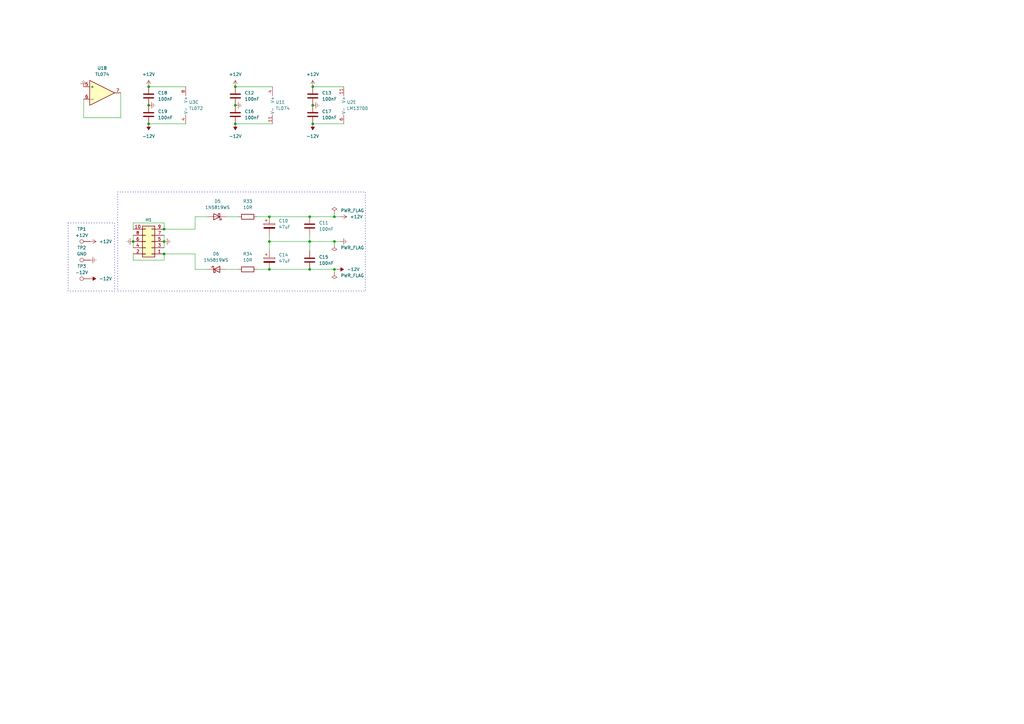
<source format=kicad_sch>
(kicad_sch (version 20250114) (generator "eeschema") (generator_version "9.0")
  (paper "A3")
  (lib_symbols
    (symbol "Amplifier_Operational:LM13700" (pin_names (offset 0.127))
      (property "Reference" "U" (at 3.81 5.08 0))
      (property "Value" "LM13700" (at 5.08 -5.08 0))
      (symbol "LM13700_1_1"
        (polyline (pts (xy 3.81 -0.635) (xy 3.81 -2.54) (xy 5.08 -2.54)))
        (polyline (pts (xy 5.08 0) (xy -5.08 -5.08) (xy -5.08 5.08) (xy 5.08 0)) (stroke (width 0.254)) (fill (type background)))
        (pin input line (at -7.62 2.54 0) (length 2.54) (name "-") (number "13"))
        (pin input line (at -7.62 0 0) (length 2.54) (name "DIODE_BIAS") (number "15"))
        (pin input line (at -7.62 -2.54 0) (length 2.54) (name "+") (number "14"))
        (pin output line (at 7.62 0 180) (length 2.54) (name "~") (number "12"))
        (pin input line (at 7.62 -2.54 180) (length 2.54) (name "~") (number "16"))
      )
      (symbol "LM13700_2_0"
        (polyline (pts (xy -1.905 2.54) (xy -3.175 2.54)))
      )
      (symbol "LM13700_2_1"
        (polyline (pts (xy -3.81 1.27) (xy -3.81 -1.27)))
        (polyline (pts (xy -3.81 0.635) (xy -2.54 1.27) (xy -2.54 1.905) (xy -2.54 2.54)))
        (polyline (pts (xy -3.81 -0.635) (xy -2.54 -1.27)))
        (circle (center -2.54 1.905) (radius 0.254) (stroke (width 0.254)) (fill (type outline)))
        (polyline (pts (xy -2.54 0) (xy -2.54 -2.54)))
        (polyline (pts (xy -2.54 -0.635) (xy -1.27 0) (xy -1.27 1.905) (xy -2.54 1.905)))
        (polyline (pts (xy -2.54 -1.27) (xy -3.175 -0.635) (xy -3.175 -1.27) (xy -2.54 -1.27)) (fill (type outline)))
        (polyline (pts (xy -2.54 -1.905) (xy -1.27 -2.54)))
        (polyline (pts (xy -1.27 -2.54) (xy -1.905 -1.905) (xy -1.905 -2.54) (xy -1.27 -2.54)) (fill (type outline)))
        (text "V+" (at -2.54 3.81 0) (effects (font (size 1.27 1.27))))
        (pin input line (at -7.62 0 0) (length 3.81) (name "~") (number "10"))
        (pin output line (at 2.54 -2.54 180) (length 3.81) (name "~") (number "9"))
      )
      (symbol "LM13700_3_1"
        (polyline (pts (xy 3.81 -0.635) (xy 3.81 -2.54) (xy 5.08 -2.54)))
        (polyline (pts (xy 5.08 0) (xy -5.08 -5.08) (xy -5.08 5.08) (xy 5.08 0)) (stroke (width 0.254)) (fill (type background)))
        (pin input line (at -7.62 2.54 0) (length 2.54) (name "-") (number "4"))
        (pin input line (at -7.62 0 0) (length 2.54) (name "DIODE_BIAS") (number "2"))
        (pin input line (at -7.62 -2.54 0) (length 2.54) (name "+") (number "3"))
        (pin output line (at 7.62 0 180) (length 2.54) (name "~") (number "5"))
        (pin input line (at 7.62 -2.54 180) (length 2.54) (name "~") (number "1"))
      )
      (symbol "LM13700_4_0"
        (polyline (pts (xy -3.175 2.54) (xy -1.905 2.54)))
        (text "V+" (at -2.54 3.81 0) (effects (font (size 1.27 1.27))))
      )
      (symbol "LM13700_4_1"
        (polyline (pts (xy -3.81 1.27) (xy -3.81 -1.27)))
        (polyline (pts (xy -3.81 0.635) (xy -2.54 1.27) (xy -2.54 2.54)))
        (polyline (pts (xy -3.81 -0.635) (xy -2.54 -1.27)))
        (circle (center -2.54 1.905) (radius 0.254) (stroke (width 0.254)) (fill (type outline)))
        (polyline (pts (xy -2.54 0) (xy -2.54 -2.54)))
        (polyline (pts (xy -2.54 -0.635) (xy -1.27 0) (xy -1.27 1.905) (xy -2.54 1.905)))
        (polyline (pts (xy -2.54 -1.27) (xy -3.175 -0.635) (xy -3.175 -1.27) (xy -2.54 -1.27)) (fill (type outline)))
        (polyline (pts (xy -2.54 -1.905) (xy -1.27 -2.54)))
        (polyline (pts (xy -1.27 -2.54) (xy -1.905 -1.905) (xy -1.905 -2.54) (xy -1.27 -2.54)) (fill (type outline)))
        (pin input line (at -7.62 0 0) (length 3.81) (name "~") (number "7"))
        (pin output line (at 2.54 -2.54 180) (length 3.81) (name "~") (number "8"))
      )
      (symbol "LM13700_5_1"
        (pin power_in line (at -2.54 7.62 270) (length 3.81) (name "V+") (number "11"))
        (pin power_in line (at -2.54 -7.62 90) (length 3.81) (name "V-") (number "6"))
      )
    )
    (symbol "Amplifier_Operational:TL072" (pin_names (offset 0.127))
      (property "Reference" "U" (at 0 5.08 0))
      (property "Value" "TL072" (at 0 -5.08 0))
      (symbol "TL072_1_1"
        (polyline (pts (xy -5.08 5.08) (xy 5.08 0) (xy -5.08 -5.08) (xy -5.08 5.08)) (stroke (width 0.254)) (fill (type background)))
        (pin input line (at -7.62 2.54 0) (length 2.54) (name "+") (number "3"))
        (pin input line (at -7.62 -2.54 0) (length 2.54) (name "-") (number "2"))
        (pin output line (at 7.62 0 180) (length 2.54) (name "~") (number "1"))
      )
      (symbol "TL072_2_1"
        (polyline (pts (xy -5.08 5.08) (xy 5.08 0) (xy -5.08 -5.08) (xy -5.08 5.08)) (stroke (width 0.254)) (fill (type background)))
        (pin input line (at -7.62 2.54 0) (length 2.54) (name "+") (number "5"))
        (pin input line (at -7.62 -2.54 0) (length 2.54) (name "-") (number "6"))
        (pin output line (at 7.62 0 180) (length 2.54) (name "~") (number "7"))
      )
      (symbol "TL072_3_1"
        (pin power_in line (at -2.54 7.62 270) (length 3.81) (name "V+") (number "8"))
        (pin power_in line (at -2.54 -7.62 90) (length 3.81) (name "V-") (number "4"))
      )
    )
    (symbol "Amplifier_Operational:TL074" (pin_names (offset 0.127))
      (property "Reference" "U" (at 0 5.08 0))
      (property "Value" "TL074" (at 0 -5.08 0))
      (symbol "TL074_1_1"
        (polyline (pts (xy -5.08 5.08) (xy 5.08 0) (xy -5.08 -5.08) (xy -5.08 5.08)) (stroke (width 0.254)) (fill (type background)))
        (pin input line (at -7.62 2.54 0) (length 2.54) (name "+") (number "3"))
        (pin input line (at -7.62 -2.54 0) (length 2.54) (name "-") (number "2"))
        (pin output line (at 7.62 0 180) (length 2.54) (name "~") (number "1"))
      )
      (symbol "TL074_2_1"
        (polyline (pts (xy -5.08 5.08) (xy 5.08 0) (xy -5.08 -5.08) (xy -5.08 5.08)) (stroke (width 0.254)) (fill (type background)))
        (pin input line (at -7.62 2.54 0) (length 2.54) (name "+") (number "5"))
        (pin input line (at -7.62 -2.54 0) (length 2.54) (name "-") (number "6"))
        (pin output line (at 7.62 0 180) (length 2.54) (name "~") (number "7"))
      )
      (symbol "TL074_3_1"
        (polyline (pts (xy -5.08 5.08) (xy 5.08 0) (xy -5.08 -5.08) (xy -5.08 5.08)) (stroke (width 0.254)) (fill (type background)))
        (pin input line (at -7.62 2.54 0) (length 2.54) (name "+") (number "10"))
        (pin input line (at -7.62 -2.54 0) (length 2.54) (name "-") (number "9"))
        (pin output line (at 7.62 0 180) (length 2.54) (name "~") (number "8"))
      )
      (symbol "TL074_4_1"
        (polyline (pts (xy -5.08 5.08) (xy 5.08 0) (xy -5.08 -5.08) (xy -5.08 5.08)) (stroke (width 0.254)) (fill (type background)))
        (pin input line (at -7.62 2.54 0) (length 2.54) (name "+") (number "12"))
        (pin input line (at -7.62 -2.54 0) (length 2.54) (name "-") (number "13"))
        (pin output line (at 7.62 0 180) (length 2.54) (name "~") (number "14"))
      )
      (symbol "TL074_5_1"
        (pin power_in line (at -2.54 7.62 270) (length 3.81) (name "V+") (number "4"))
        (pin power_in line (at -2.54 -7.62 90) (length 3.81) (name "V-") (number "11"))
      )
    )
    (symbol "Connector:TestPoint" (pin_numbers (hide yes)) (pin_names (offset 0.762) (hide yes))
      (property "Reference" "TP" (at 0 6.858 0))
      (property "Value" "TestPoint" (at 0 5.08 0))
      (symbol "TestPoint_0_1"
        (circle (center 0 3.302) (radius 0.762))
      )
      (symbol "TestPoint_1_1"
        (pin passive line (at 0 0 90) (length 2.54) (name "1") (number "1"))
      )
    )
    (symbol "Device:C" (pin_numbers (hide yes)) (pin_names (offset 0.254))
      (property "Reference" "C" (at 0.635 2.54 0))
      (property "Value" "C" (at 0.635 -2.54 0))
      (symbol "C_0_1"
        (polyline (pts (xy -2.032 0.762) (xy 2.032 0.762)) (stroke (width 0.508)))
        (polyline (pts (xy -2.032 -0.762) (xy 2.032 -0.762)) (stroke (width 0.508)))
      )
      (symbol "C_1_1"
        (pin passive line (at 0 3.81 270) (length 2.794) (name "~") (number "1"))
        (pin passive line (at 0 -3.81 90) (length 2.794) (name "~") (number "2"))
      )
    )
    (symbol "Device:C_Polarized" (pin_numbers (hide yes)) (pin_names (offset 0.254))
      (property "Reference" "C" (at 0.635 2.54 0))
      (property "Value" "C_Polarized" (at 0.635 -2.54 0))
      (symbol "C_Polarized_0_1"
        (rectangle (start -2.286 0.508) (end 2.286 1.016))
        (polyline (pts (xy -1.778 2.286) (xy -0.762 2.286)))
        (polyline (pts (xy -1.27 2.794) (xy -1.27 1.778)))
        (rectangle (start 2.286 -0.508) (end -2.286 -1.016) (fill (type outline)))
      )
      (symbol "C_Polarized_1_1"
        (pin passive line (at 0 3.81 270) (length 2.794) (name "~") (number "1"))
        (pin passive line (at 0 -3.81 90) (length 2.794) (name "~") (number "2"))
      )
    )
    (symbol "Device:R" (pin_numbers (hide yes)) (pin_names (offset 0))
      (property "Reference" "R" (at 2.032 0 90))
      (property "Value" "R" (at 0 0 90))
      (symbol "R_0_1"
        (rectangle (start -1.016 -2.54) (end 1.016 2.54) (stroke (width 0.254)))
      )
      (symbol "R_1_1"
        (pin passive line (at 0 3.81 270) (length 1.27) (name "~") (number "1"))
        (pin passive line (at 0 -3.81 90) (length 1.27) (name "~") (number "2"))
      )
    )
    (symbol "Diode:1N5819WS" (pin_numbers (hide yes)) (pin_names (offset 1.016) (hide yes))
      (property "Reference" "D" (at 0 2.54 0))
      (property "Value" "1N5819WS" (at 0 -2.54 0))
      (symbol "1N5819WS_0_1"
        (polyline (pts (xy -1.905 0.635) (xy -1.905 1.27) (xy -1.27 1.27) (xy -1.27 -1.27) (xy -0.635 -1.27) (xy -0.635 -0.635)) (stroke (width 0.254)))
        (polyline (pts (xy 1.27 1.27) (xy 1.27 -1.27) (xy -1.27 0) (xy 1.27 1.27)) (stroke (width 0.254)))
        (polyline (pts (xy 1.27 0) (xy -1.27 0)))
      )
      (symbol "1N5819WS_1_1"
        (pin passive line (at -3.81 0 0) (length 2.54) (name "K") (number "1"))
        (pin passive line (at 3.81 0 180) (length 2.54) (name "A") (number "2"))
      )
    )
    (symbol "power:+12V" (power) (pin_numbers (hide yes)) (pin_names (offset 0) (hide yes))
      (property "Value" "+12V" (at 0 3.556 0))
      (symbol "+12V_0_1"
        (polyline (pts (xy -0.762 1.27) (xy 0 2.54)))
        (polyline (pts (xy 0 2.54) (xy 0.762 1.27)))
        (polyline (pts (xy 0 0) (xy 0 2.54)))
      )
      (symbol "+12V_1_1"
        (pin power_in line (at 0 0 90) (length 0) (name "~") (number "1"))
      )
    )
    (symbol "power:-12V" (power) (pin_numbers (hide yes)) (pin_names (offset 0) (hide yes))
      (property "Value" "-12V" (at 0 3.556 0))
      (symbol "-12V_0_0"
        (pin power_in line (at 0 0 90) (length 0) (name "~") (number "1"))
      )
      (symbol "-12V_0_1"
        (polyline (pts (xy 0 0) (xy 0 1.27) (xy 0.762 1.27) (xy 0 2.54) (xy -0.762 1.27) (xy 0 1.27)) (fill (type outline)))
      )
    )
    (symbol "power:GNDREF" (power) (pin_numbers (hide yes)) (pin_names (offset 0) (hide yes))
      (property "Value" "GNDREF" (at 0 -3.81 0))
      (symbol "GNDREF_0_1"
        (polyline (pts (xy -0.635 -1.905) (xy 0.635 -1.905)))
        (polyline (pts (xy -0.127 -2.54) (xy 0.127 -2.54)))
        (polyline (pts (xy 0 -1.27) (xy 0 0)))
        (polyline (pts (xy 1.27 -1.27) (xy -1.27 -1.27)))
      )
      (symbol "GNDREF_1_1"
        (pin power_in line (at 0 0 270) (length 0) (name "~") (number "1"))
      )
    )
    (symbol "power:PWR_FLAG" (power) (pin_numbers (hide yes)) (pin_names (offset 0) (hide yes))
      (property "Value" "PWR_FLAG" (at 0 3.81 0))
      (symbol "PWR_FLAG_0_0"
        (pin power_out line (at 0 0 90) (length 0) (name "~") (number "1"))
      )
      (symbol "PWR_FLAG_0_1"
        (polyline (pts (xy 0 0) (xy 0 1.27) (xy -1.016 1.905) (xy 0 2.54) (xy 1.016 1.905) (xy 0 1.27)))
      )
    )
    (symbol "synth:Conn_02x05_EuroRack_Power" (pin_names (offset 1.016) (hide yes))
      (property "Reference" "H13" (at 0 -11.43 0))
      (property "Value" "Conn_02x05_PWR_Eurorack" (at 0 -8.89 0))
      (symbol "Conn_02x05_EuroRack_Power_1_1"
        (rectangle (start -2.54 6.35) (end 2.54 -6.35) (stroke (width 0.254)) (fill (type background)))
        (rectangle (start -2.54 5.207) (end -1.27 4.953) (stroke (width 0.1524)))
        (rectangle (start -2.54 2.667) (end -1.27 2.413) (stroke (width 0.1524)))
        (rectangle (start -2.54 0.127) (end -1.27 -0.127) (stroke (width 0.1524)))
        (rectangle (start -2.54 -2.413) (end -1.27 -2.667) (stroke (width 0.1524)))
        (rectangle (start -2.54 -4.953) (end -1.27 -5.207) (stroke (width 0.1524)))
        (rectangle (start 2.54 5.207) (end 1.27 4.953) (stroke (width 0.1524)))
        (rectangle (start 2.54 2.667) (end 1.27 2.413) (stroke (width 0.1524)))
        (rectangle (start 2.54 0.127) (end 1.27 -0.127) (stroke (width 0.1524)))
        (rectangle (start 2.54 -2.413) (end 1.27 -2.667) (stroke (width 0.1524)))
        (rectangle (start 2.54 -4.953) (end 1.27 -5.207) (stroke (width 0.1524)))
        (pin passive line (at -6.35 5.08 0) (length 3.81) (name "Pin_1") (number "1"))
        (pin passive line (at -6.35 2.54 0) (length 3.81) (name "Pin_3") (number "3"))
        (pin passive line (at -6.35 0 0) (length 3.81) (name "Pin_5") (number "5"))
        (pin passive line (at -6.35 -2.54 0) (length 3.81) (name "Pin_7") (number "7"))
        (pin passive line (at -6.35 -5.08 0) (length 3.81) (name "Pin_9") (number "9"))
        (pin passive line (at 6.35 5.08 180) (length 3.81) (name "Pin_2") (number "2"))
        (pin passive line (at 6.35 2.54 180) (length 3.81) (name "Pin_4") (number "4"))
        (pin passive line (at 6.35 0 180) (length 3.81) (name "Pin_6") (number "6"))
        (pin passive line (at 6.35 -2.54 180) (length 3.81) (name "Pin_8") (number "8"))
        (pin passive line (at 6.35 -5.08 180) (length 3.81) (name "Pin_10") (number "10"))
      )
    )
  )
  (rectangle (start 48.26 78.74) (end 149.86 119.38) (stroke (width 0.25) (type dot)))
  (rectangle (start 27.94 91.44) (end 46.99 119.38) (stroke (width 0.254) (type dot)))
  (junction (at 137.16 110.49))
  (junction (at 54.61 99.06))
  (junction (at 137.16 88.9))
  (junction (at 96.52 35.56))
  (junction (at 128.27 50.8))
  (junction (at 127 99.06))
  (junction (at 60.96 35.56))
  (junction (at 96.52 50.8))
  (junction (at 110.49 88.9))
  (junction (at 67.31 93.98))
  (junction (at 110.49 110.49))
  (junction (at 128.27 43.18))
  (junction (at 60.96 43.18))
  (junction (at 67.31 104.14))
  (junction (at 137.16 99.06))
  (junction (at 60.96 50.8))
  (junction (at 128.27 35.56))
  (junction (at 67.31 99.06))
  (junction (at 127 88.9))
  (junction (at 127 110.49))
  (junction (at 96.52 43.18))
  (junction (at 110.49 99.06))
  (wire (pts (xy 92.71 88.9) (xy 97.79 88.9)))
  (wire (pts (xy 110.49 88.9) (xy 127 88.9)))
  (wire (pts (xy 60.96 50.8) (xy 76.2 50.8)))
  (wire (pts (xy 80.01 88.9) (xy 85.09 88.9)))
  (wire (pts (xy 80.01 104.14) (xy 80.01 110.49)))
  (wire (pts (xy 128.27 35.56) (xy 140.97 35.56)))
  (wire (pts (xy 110.49 96.52) (xy 110.49 99.06)))
  (wire (pts (xy 54.61 106.68) (xy 67.31 106.68)))
  (wire (pts (xy 49.53 38.1) (xy 49.53 48.26)))
  (wire (pts (xy 110.49 99.06) (xy 127 99.06)))
  (wire (pts (xy 128.27 50.8) (xy 140.97 50.8)))
  (wire (pts (xy 127 96.52) (xy 127 99.06)))
  (wire (pts (xy 105.41 88.9) (xy 110.49 88.9)))
  (wire (pts (xy 127 99.06) (xy 137.16 99.06)))
  (wire (pts (xy 60.96 35.56) (xy 76.2 35.56)))
  (wire (pts (xy 110.49 110.49) (xy 127 110.49)))
  (wire (pts (xy 137.16 110.49) (xy 138.43 110.49)))
  (wire (pts (xy 67.31 99.06) (xy 67.31 101.6)))
  (wire (pts (xy 34.29 48.26) (xy 49.53 48.26)))
  (wire (pts (xy 137.16 88.9) (xy 139.7 88.9)))
  (wire (pts (xy 110.49 99.06) (xy 110.49 102.87)))
  (wire (pts (xy 137.16 100.33) (xy 137.16 99.06)))
  (wire (pts (xy 96.52 50.8) (xy 111.76 50.8)))
  (wire (pts (xy 67.31 91.44) (xy 54.61 91.44)))
  (wire (pts (xy 127 110.49) (xy 137.16 110.49)))
  (wire (pts (xy 67.31 93.98) (xy 67.31 91.44)))
  (wire (pts (xy 105.41 110.49) (xy 110.49 110.49)))
  (wire (pts (xy 67.31 96.52) (xy 67.31 99.06)))
  (wire (pts (xy 34.29 40.64) (xy 34.29 48.26)))
  (wire (pts (xy 137.16 99.06) (xy 139.7 99.06)))
  (wire (pts (xy 137.16 111.76) (xy 137.16 110.49)))
  (wire (pts (xy 137.16 87.63) (xy 137.16 88.9)))
  (wire (pts (xy 67.31 106.68) (xy 67.31 104.14)))
  (wire (pts (xy 80.01 88.9) (xy 80.01 93.98)))
  (wire (pts (xy 92.71 110.49) (xy 97.79 110.49)))
  (wire (pts (xy 80.01 93.98) (xy 67.31 93.98)))
  (wire (pts (xy 54.61 99.06) (xy 54.61 101.6)))
  (wire (pts (xy 96.52 35.56) (xy 111.76 35.56)))
  (wire (pts (xy 54.61 96.52) (xy 54.61 99.06)))
  (wire (pts (xy 67.31 104.14) (xy 80.01 104.14)))
  (wire (pts (xy 80.01 110.49) (xy 85.09 110.49)))
  (wire (pts (xy 54.61 91.44) (xy 54.61 93.98)))
  (wire (pts (xy 127 99.06) (xy 127 102.87)))
  (wire (pts (xy 127 88.9) (xy 137.16 88.9)))
  (wire (pts (xy 54.61 104.14) (xy 54.61 106.68)))
  (symbol (lib_id "Device:C") (at 96.52 46.99 0) (unit 1)
    (property "Reference" "C16" (at 100.33 45.7199 0) (effects (justify left)))
    (property "Value" "100nF" (at 100.33 48.2599 0) (effects (justify left)))
    (property "Footprint" "Capacitor_SMD:C_0805_2012Metric_Pad1.18x1.45mm_HandSolder" (effects (hide yes)))
    (property "Description" "Unpolarized capacitor" (effects (hide yes)))
  )
  (symbol (lib_id "Amplifier_Operational:TL074") (at 114.3 43.18 0) (unit 5)
    (property "Reference" "U1" (at 113.03 41.9099 0) (effects (justify left)))
    (property "Value" "TL074" (at 113.03 44.4499 0) (effects (justify left)))
    (property "Footprint" "Synth:SOIC-14" (effects (hide yes)))
    (property "Datasheet" "http://www.ti.com/lit/ds/symlink/tl071.pdf" (effects (hide yes)))
    (property "Description" "Quad Low-Noise JFET-Input Operational Amplifiers, DIP-14/SOIC-14" (effects (hide yes)))
  )
  (symbol (lib_id "power:PWR_FLAG") (at 137.16 111.76 180) (unit 1)
    (property "Reference" "#FLG03" (effects (hide yes)))
    (property "Value" "PWR_FLAG" (at 139.7 113.0299 0) (effects (justify right)))
    (property "Description" "Special symbol for telling ERC where power comes from" (effects (hide yes)))
  )
  (symbol (lib_id "power:-12V") (at 128.27 50.8 180) (unit 1)
    (property "Reference" "#PWR048" (effects (hide yes)))
    (property "Value" "-12V" (at 128.27 55.88 0))
    (property "Description" "Power symbol creates a global label with name \"-12V\"" (effects (hide yes)))
  )
  (symbol (lib_id "power:-12V") (at 138.43 110.49 270) (unit 1)
    (property "Reference" "#PWR046" (effects (hide yes)))
    (property "Value" "-12V" (at 142.24 110.4899 90) (effects (justify left)))
    (property "Description" "Power symbol creates a global label with name \"-12V\"" (effects (hide yes)))
  )
  (symbol (lib_id "Device:C") (at 127 106.68 0) (unit 1)
    (property "Reference" "C15" (at 130.81 105.4099 0) (effects (justify left)))
    (property "Value" "100nF" (at 130.81 107.9499 0) (effects (justify left)))
    (property "Footprint" "Capacitor_SMD:C_0805_2012Metric_Pad1.18x1.45mm_HandSolder" (effects (hide yes)))
    (property "Description" "Unpolarized capacitor" (effects (hide yes)))
  )
  (symbol (lib_id "Device:C") (at 128.27 39.37 0) (unit 1)
    (property "Reference" "C13" (at 132.08 38.0999 0) (effects (justify left)))
    (property "Value" "100nF" (at 132.08 40.6399 0) (effects (justify left)))
    (property "Footprint" "Capacitor_SMD:C_0805_2012Metric_Pad1.18x1.45mm_HandSolder" (effects (hide yes)))
    (property "Description" "Unpolarized capacitor" (effects (hide yes)))
  )
  (symbol (lib_id "Device:C") (at 128.27 46.99 0) (unit 1)
    (property "Reference" "C17" (at 132.08 45.7199 0) (effects (justify left)))
    (property "Value" "100nF" (at 132.08 48.2599 0) (effects (justify left)))
    (property "Footprint" "Capacitor_SMD:C_0805_2012Metric_Pad1.18x1.45mm_HandSolder" (effects (hide yes)))
    (property "Description" "Unpolarized capacitor" (effects (hide yes)))
  )
  (symbol (lib_id "Device:R") (at 101.6 110.49 90) (unit 1)
    (property "Reference" "R34" (at 101.6 104.14 90))
    (property "Value" "10R" (at 101.6 106.68 90))
    (property "Footprint" "Resistor_SMD:R_0805_2012Metric_Pad1.20x1.40mm_HandSolder" (effects (hide yes)))
    (property "Description" "Resistor" (effects (hide yes)))
  )
  (symbol (lib_id "Device:C") (at 96.52 39.37 0) (unit 1)
    (property "Reference" "C12" (at 100.33 38.0999 0) (effects (justify left)))
    (property "Value" "100nF" (at 100.33 40.6399 0) (effects (justify left)))
    (property "Footprint" "Capacitor_SMD:C_0805_2012Metric_Pad1.18x1.45mm_HandSolder" (effects (hide yes)))
    (property "Description" "Unpolarized capacitor" (effects (hide yes)))
  )
  (symbol (lib_id "power:+12V") (at 128.27 35.56 0) (unit 1)
    (property "Reference" "#PWR038" (effects (hide yes)))
    (property "Value" "+12V" (at 128.27 30.48 0))
    (property "Description" "Power symbol creates a global label with name \"+12V\"" (effects (hide yes)))
  )
  (symbol (lib_id "Connector:TestPoint") (at 36.83 99.06 90) (unit 1) (in_bom no)
    (property "Reference" "TP1" (at 33.528 93.98 90))
    (property "Value" "+12V" (at 33.528 96.52 90))
    (property "Footprint" "Connector_Pin:Pin_D1.0mm_L10.0mm" (effects (hide yes)))
    (property "Description" "test point" (effects (hide yes)))
  )
  (symbol (lib_id "power:PWR_FLAG") (at 137.16 87.63 0) (unit 1)
    (property "Reference" "#FLG01" (effects (hide yes)))
    (property "Value" "PWR_FLAG" (at 139.7 86.3599 0) (effects (justify left)))
    (property "Description" "Special symbol for telling ERC where power comes from" (effects (hide yes)))
  )
  (symbol (lib_id "power:GNDREF") (at 128.27 43.18 90) (unit 1)
    (property "Reference" "#PWR044" (effects (hide yes)))
    (property "Value" "GNDREF" (effects (hide yes)))
    (property "Description" "Power symbol creates a global label with name \"GNDREF\" , reference supply ground" (effects (hide yes)))
  )
  (symbol (lib_id "Device:C_Polarized") (at 110.49 106.68 0) (unit 1)
    (property "Reference" "C14" (at 114.3 104.5209 0) (effects (justify left)))
    (property "Value" "47uF" (at 114.3 107.0609 0) (effects (justify left)))
    (property "Footprint" "Capacitor_THT:CP_Radial_D6.3mm_P2.50mm" (effects (hide yes)))
    (property "Description" "Polarized capacitor" (effects (hide yes)))
  )
  (symbol (lib_id "power:GNDREF") (at 139.7 99.06 90) (unit 1)
    (property "Reference" "#PWR042" (effects (hide yes)))
    (property "Value" "GNDREF" (effects (hide yes)))
    (property "Description" "Power symbol creates a global label with name \"GNDREF\" , reference supply ground" (effects (hide yes)))
  )
  (symbol (lib_id "Amplifier_Operational:TL072") (at 78.74 43.18 0) (unit 3)
    (property "Reference" "U3" (at 77.47 41.9099 0) (effects (justify left)))
    (property "Value" "TL072" (at 77.47 44.4499 0) (effects (justify left)))
    (property "Footprint" "Synth:SOIC-8" (effects (hide yes)))
    (property "Datasheet" "http://www.ti.com/lit/ds/symlink/tl071.pdf" (effects (hide yes)))
    (property "Description" "Dual Low-Noise JFET-Input Operational Amplifiers, DIP-8/SOIC-8" (effects (hide yes)))
  )
  (symbol (lib_id "Amplifier_Operational:TL074") (at 41.91 38.1 0) (unit 2)
    (property "Reference" "U1" (at 41.91 27.94 0))
    (property "Value" "TL074" (at 41.91 30.48 0))
    (property "Footprint" "Synth:SOIC-14" (effects (hide yes)))
    (property "Datasheet" "http://www.ti.com/lit/ds/symlink/tl071.pdf" (effects (hide yes)))
    (property "Description" "Quad Low-Noise JFET-Input Operational Amplifiers, DIP-14/SOIC-14" (effects (hide yes)))
  )
  (symbol (lib_id "synth:Conn_02x05_EuroRack_Power") (at 60.96 99.06 180) (unit 1)
    (property "Reference" "H1" (at 60.96 90.17 0))
    (property "Value" "Conn_02x05_PWR_Eurorack" (effects (hide yes)))
    (property "Footprint" "Synth:IDC-Header_2x05_P2.54mm_Vertical" (effects (hide yes)))
  )
  (symbol (lib_id "power:GNDREF") (at 34.29 35.56 180) (unit 1)
    (property "Reference" "#PWR057" (effects (hide yes)))
    (property "Value" "GNDREF" (effects (hide yes)))
    (property "Description" "Power symbol creates a global label with name \"GNDREF\" , reference supply ground" (effects (hide yes)))
  )
  (symbol (lib_id "Device:C_Polarized") (at 110.49 92.71 0) (unit 1)
    (property "Reference" "C10" (at 114.3 90.5509 0) (effects (justify left)))
    (property "Value" "47uF" (at 114.3 93.0909 0) (effects (justify left)))
    (property "Footprint" "Capacitor_THT:CP_Radial_D6.3mm_P2.50mm" (effects (hide yes)))
    (property "Description" "Polarized capacitor" (effects (hide yes)))
  )
  (symbol (lib_id "power:GNDREF") (at 67.31 99.06 90) (unit 1)
    (property "Reference" "#PWR041" (effects (hide yes)))
    (property "Value" "GNDREF" (effects (hide yes)))
    (property "Description" "Power symbol creates a global label with name \"GNDREF\" , reference supply ground" (effects (hide yes)))
  )
  (symbol (lib_id "Amplifier_Operational:LM13700") (at 143.51 43.18 0) (unit 5)
    (property "Reference" "U2" (at 142.24 41.9099 0) (effects (justify left)))
    (property "Value" "LM13700" (at 142.24 44.4499 0) (effects (justify left)))
    (property "Footprint" "Synth:SOIC-16" (effects (hide yes)))
    (property "Datasheet" "http://www.ti.com/lit/ds/symlink/lm13700.pdf" (effects (hide yes)))
    (property "Description" "Dual Operational Transconductance Amplifiers with Linearizing Diodes and Buffers, DIP-16/SOIC-16" (effects (hide yes)))
  )
  (symbol (lib_id "power:GNDREF") (at 60.96 43.18 90) (unit 1)
    (property "Reference" "#PWR055" (effects (hide yes)))
    (property "Value" "GNDREF" (effects (hide yes)))
    (property "Description" "Power symbol creates a global label with name \"GNDREF\" , reference supply ground" (effects (hide yes)))
  )
  (symbol (lib_id "power:GNDREF") (at 36.83 106.68 90) (unit 1)
    (property "Reference" "#PWR045" (effects (hide yes)))
    (property "Value" "GNDREF" (effects (hide yes)))
    (property "Description" "Power symbol creates a global label with name \"GNDREF\" , reference supply ground" (effects (hide yes)))
  )
  (symbol (lib_id "power:+12V") (at 60.96 35.56 0) (unit 1)
    (property "Reference" "#PWR054" (effects (hide yes)))
    (property "Value" "+12V" (at 60.96 30.48 0))
    (property "Description" "Power symbol creates a global label with name \"+12V\"" (effects (hide yes)))
  )
  (symbol (lib_id "power:GNDREF") (at 54.61 99.06 270) (unit 1)
    (property "Reference" "#PWR040" (effects (hide yes)))
    (property "Value" "GNDREF" (effects (hide yes)))
    (property "Description" "Power symbol creates a global label with name \"GNDREF\" , reference supply ground" (effects (hide yes)))
  )
  (symbol (lib_id "Connector:TestPoint") (at 36.83 114.3 90) (unit 1) (in_bom no)
    (property "Reference" "TP3" (at 33.528 109.22 90))
    (property "Value" "-12V" (at 33.528 111.76 90))
    (property "Footprint" "Connector_Pin:Pin_D1.0mm_L10.0mm" (effects (hide yes)))
    (property "Description" "test point" (effects (hide yes)))
  )
  (symbol (lib_id "power:-12V") (at 36.83 114.3 270) (unit 1)
    (property "Reference" "#PWR049" (effects (hide yes)))
    (property "Value" "-12V" (at 40.64 114.2999 90) (effects (justify left)))
    (property "Description" "Power symbol creates a global label with name \"-12V\"" (effects (hide yes)))
  )
  (symbol (lib_id "Device:C") (at 60.96 46.99 0) (unit 1)
    (property "Reference" "C19" (at 64.77 45.7199 0) (effects (justify left)))
    (property "Value" "100nF" (at 64.77 48.2599 0) (effects (justify left)))
    (property "Footprint" "Capacitor_SMD:C_0805_2012Metric_Pad1.18x1.45mm_HandSolder" (effects (hide yes)))
    (property "Description" "Unpolarized capacitor" (effects (hide yes)))
  )
  (symbol (lib_id "power:+12V") (at 36.83 99.06 270) (unit 1)
    (property "Reference" "#PWR039" (effects (hide yes)))
    (property "Value" "+12V" (at 40.64 99.0599 90) (effects (justify left)))
    (property "Description" "Power symbol creates a global label with name \"+12V\"" (effects (hide yes)))
  )
  (symbol (lib_id "power:GNDREF") (at 96.52 43.18 90) (unit 1)
    (property "Reference" "#PWR043" (effects (hide yes)))
    (property "Value" "GNDREF" (effects (hide yes)))
    (property "Description" "Power symbol creates a global label with name \"GNDREF\" , reference supply ground" (effects (hide yes)))
  )
  (symbol (lib_id "power:+12V") (at 96.52 35.56 0) (unit 1)
    (property "Reference" "#PWR037" (effects (hide yes)))
    (property "Value" "+12V" (at 96.52 30.48 0))
    (property "Description" "Power symbol creates a global label with name \"+12V\"" (effects (hide yes)))
  )
  (symbol (lib_id "power:+12V") (at 139.7 88.9 270) (unit 1)
    (property "Reference" "#PWR036" (effects (hide yes)))
    (property "Value" "+12V" (at 143.51 88.8999 90) (effects (justify left)))
    (property "Description" "Power symbol creates a global label with name \"+12V\"" (effects (hide yes)))
  )
  (symbol (lib_id "Device:C") (at 127 92.71 0) (unit 1)
    (property "Reference" "C11" (at 130.81 91.4399 0) (effects (justify left)))
    (property "Value" "100nF" (at 130.81 93.9799 0) (effects (justify left)))
    (property "Footprint" "Capacitor_SMD:C_0805_2012Metric_Pad1.18x1.45mm_HandSolder" (effects (hide yes)))
    (property "Description" "Unpolarized capacitor" (effects (hide yes)))
  )
  (symbol (lib_id "Device:R") (at 101.6 88.9 90) (unit 1)
    (property "Reference" "R33" (at 101.6 82.55 90))
    (property "Value" "10R" (at 101.6 85.09 90))
    (property "Footprint" "Resistor_SMD:R_0805_2012Metric_Pad1.20x1.40mm_HandSolder" (effects (hide yes)))
    (property "Description" "Resistor" (effects (hide yes)))
  )
  (symbol (lib_id "power:-12V") (at 96.52 50.8 180) (unit 1)
    (property "Reference" "#PWR047" (effects (hide yes)))
    (property "Value" "-12V" (at 96.52 55.88 0))
    (property "Description" "Power symbol creates a global label with name \"-12V\"" (effects (hide yes)))
  )
  (symbol (lib_id "Connector:TestPoint") (at 36.83 106.68 90) (unit 1) (in_bom no)
    (property "Reference" "TP2" (at 33.528 101.6 90))
    (property "Value" "GND" (at 33.528 104.14 90))
    (property "Footprint" "Connector_Pin:Pin_D1.0mm_L10.0mm" (effects (hide yes)))
    (property "Description" "test point" (effects (hide yes)))
  )
  (symbol (lib_id "Diode:1N5819WS") (at 88.9 110.49 0) (unit 1)
    (property "Reference" "D6" (at 88.5825 104.14 0))
    (property "Value" "1N5819WS" (at 88.5825 106.68 0))
    (property "Footprint" "Diode_SMD:D_SOD-323_HandSoldering" (effects (hide yes)))
    (property "Datasheet" "https://datasheet.lcsc.com/lcsc/2204281430_Guangdong-Hottech-1N5819WS_C191023.pdf" (effects (hide yes)))
    (property "Description" "40V 600mV@1A 1A SOD-323 Schottky Barrier Diodes, SOD-323" (effects (hide yes)))
  )
  (symbol (lib_id "Device:C") (at 60.96 39.37 0) (unit 1)
    (property "Reference" "C18" (at 64.77 38.0999 0) (effects (justify left)))
    (property "Value" "100nF" (at 64.77 40.6399 0) (effects (justify left)))
    (property "Footprint" "Capacitor_SMD:C_0805_2012Metric_Pad1.18x1.45mm_HandSolder" (effects (hide yes)))
    (property "Description" "Unpolarized capacitor" (effects (hide yes)))
  )
  (symbol (lib_id "Diode:1N5819WS") (at 88.9 88.9 180) (unit 1)
    (property "Reference" "D5" (at 89.2175 82.55 0))
    (property "Value" "1N5819WS" (at 89.2175 85.09 0))
    (property "Footprint" "Diode_SMD:D_SOD-323_HandSoldering" (effects (hide yes)))
    (property "Datasheet" "https://datasheet.lcsc.com/lcsc/2204281430_Guangdong-Hottech-1N5819WS_C191023.pdf" (effects (hide yes)))
    (property "Description" "40V 600mV@1A 1A SOD-323 Schottky Barrier Diodes, SOD-323" (effects (hide yes)))
  )
  (symbol (lib_id "power:-12V") (at 60.96 50.8 180) (unit 1)
    (property "Reference" "#PWR056" (effects (hide yes)))
    (property "Value" "-12V" (at 60.96 55.88 0))
    (property "Description" "Power symbol creates a global label with name \"-12V\"" (effects (hide yes)))
  )
  (symbol (lib_id "power:PWR_FLAG") (at 137.16 100.33 180) (unit 1)
    (property "Reference" "#FLG02" (effects (hide yes)))
    (property "Value" "PWR_FLAG" (at 139.7 101.5999 0) (effects (justify right)))
    (property "Description" "Special symbol for telling ERC where power comes from" (effects (hide yes)))
  )
)
</source>
